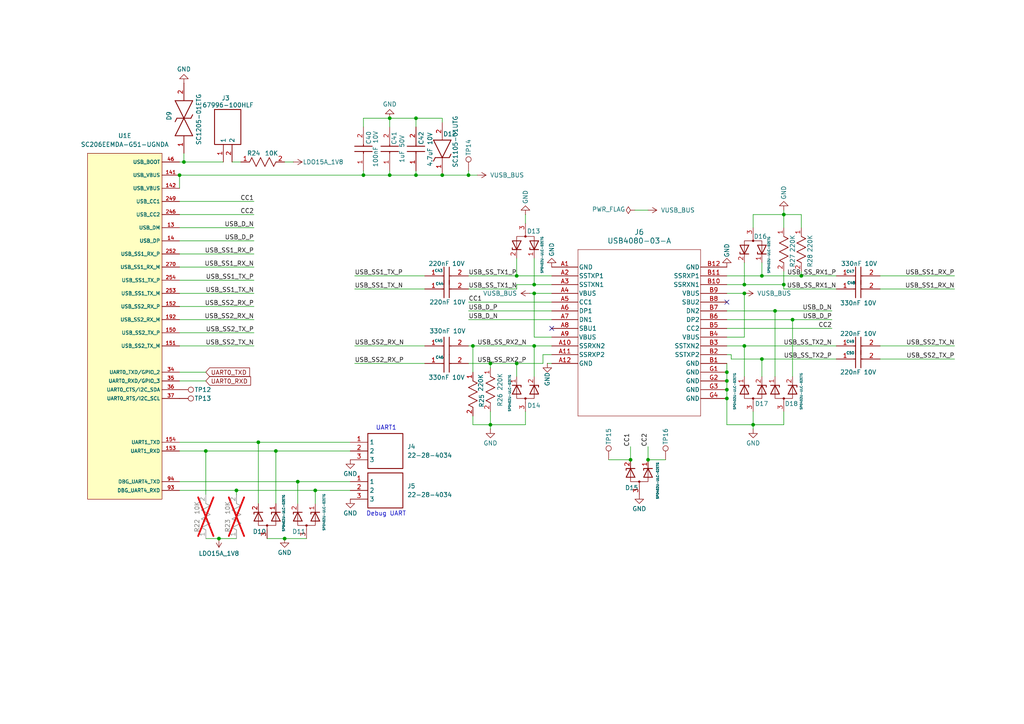
<source format=kicad_sch>
(kicad_sch (version 20250114) (generator "eeschema") (generator_version "9.0")
  (paper "A4")
  (title_block (title "USB & UARTs") (date "2025-10-10") (rev "v1.0") (company "Author: Mehmet Cihangir") (comment 1 "CamTracker"))
  (text "Debug UART" (at 112.014 149.098 0) (effects (font (size 1.27 1.27))))
  (text "UART1" (at 112.014 124.206 0) (effects (font (size 1.27 1.27))))
  (junction (at 120.65 34.29))
  (junction (at 215.9 82.55))
  (junction (at 218.44 123.19))
  (junction (at 210.82 110.49))
  (junction (at 210.82 113.03))
  (junction (at 227.33 82.55))
  (junction (at 142.24 105.41))
  (junction (at 68.58 142.24))
  (junction (at 59.69 130.81))
  (junction (at 53.34 46.99))
  (junction (at 232.41 80.01))
  (junction (at 149.86 80.01))
  (junction (at 113.03 34.29))
  (junction (at 215.9 100.33))
  (junction (at 149.86 105.41))
  (junction (at 80.01 130.81))
  (junction (at 224.79 90.17))
  (junction (at 154.94 85.09))
  (junction (at 63.5 156.21))
  (junction (at 229.87 92.71))
  (junction (at 142.24 123.19))
  (junction (at 113.03 50.8))
  (junction (at 91.44 142.24))
  (junction (at 105.41 50.8))
  (junction (at 154.94 82.55))
  (junction (at 86.36 139.7))
  (junction (at 220.98 104.14))
  (junction (at 215.9 85.09))
  (junction (at 227.33 62.23))
  (junction (at 128.27 50.8))
  (junction (at 220.98 80.01))
  (junction (at 210.82 115.57))
  (junction (at 137.16 100.33))
  (junction (at 135.89 50.8))
  (junction (at 182.88 133.35))
  (junction (at 154.94 100.33))
  (junction (at 82.55 156.21))
  (junction (at 120.65 50.8))
  (junction (at 210.82 107.95))
  (junction (at 52.07 50.8))
  (junction (at 187.96 133.35))
  (junction (at 74.93 128.27))
  (no_connect (at 210.82 87.63))
  (no_connect (at 160.02 95.25))
  (wire (pts (xy 105.41 36.83) (xy 105.41 34.29)))
  (wire (pts (xy 135.89 50.8) (xy 138.43 50.8)))
  (wire (pts (xy 227.33 78.74) (xy 227.33 82.55)))
  (wire (pts (xy 215.9 100.33) (xy 242.57 100.33)))
  (wire (pts (xy 215.9 97.79) (xy 215.9 85.09)))
  (wire (pts (xy 52.07 77.47) (xy 73.66 77.47)))
  (wire (pts (xy 220.98 80.01) (xy 232.41 80.01)))
  (wire (pts (xy 59.69 130.81) (xy 59.69 143.51)))
  (wire (pts (xy 218.44 62.23) (xy 227.33 62.23)))
  (wire (pts (xy 255.27 104.14) (xy 276.86 104.14)))
  (wire (pts (xy 52.07 88.9) (xy 73.66 88.9)))
  (wire (pts (xy 105.41 50.8) (xy 113.03 50.8)))
  (wire (pts (xy 120.65 34.29) (xy 128.27 34.29)))
  (wire (pts (xy 160.02 82.55) (xy 154.94 82.55)))
  (wire (pts (xy 149.86 105.41) (xy 157.48 105.41)))
  (wire (pts (xy 149.86 105.41) (xy 149.86 109.22)))
  (wire (pts (xy 160.02 97.79) (xy 154.94 97.79)))
  (wire (pts (xy 142.24 123.19) (xy 152.4 123.19)))
  (wire (pts (xy 227.33 82.55) (xy 227.33 83.82)))
  (wire (pts (xy 52.07 85.09) (xy 73.66 85.09)))
  (wire (pts (xy 232.41 80.01) (xy 242.57 80.01)))
  (wire (pts (xy 154.94 85.09) (xy 160.02 85.09)))
  (wire (pts (xy 102.87 100.33) (xy 123.19 100.33)))
  (wire (pts (xy 232.41 78.74) (xy 232.41 80.01)))
  (wire (pts (xy 154.94 74.93) (xy 154.94 82.55)))
  (wire (pts (xy 52.07 100.33) (xy 73.66 100.33)))
  (wire (pts (xy 227.33 60.96) (xy 227.33 62.23)))
  (wire (pts (xy 77.47 156.21) (xy 82.55 156.21)))
  (wire (pts (xy 135.89 90.17) (xy 160.02 90.17)))
  (wire (pts (xy 210.82 107.95) (xy 210.82 105.41)))
  (wire (pts (xy 52.07 142.24) (xy 68.58 142.24)))
  (wire (pts (xy 142.24 105.41) (xy 149.86 105.41)))
  (wire (pts (xy 152.4 62.23) (xy 152.4 64.77)))
  (wire (pts (xy 52.07 69.85) (xy 73.66 69.85)))
  (wire (pts (xy 52.07 66.04) (xy 73.66 66.04)))
  (wire (pts (xy 210.82 97.79) (xy 215.9 97.79)))
  (wire (pts (xy 149.86 83.82) (xy 135.89 83.82)))
  (wire (pts (xy 218.44 119.38) (xy 218.44 123.19)))
  (wire (pts (xy 227.33 83.82) (xy 242.57 83.82)))
  (wire (pts (xy 187.96 133.35) (xy 193.04 133.35)))
  (wire (pts (xy 160.02 102.87) (xy 157.48 102.87)))
  (wire (pts (xy 91.44 142.24) (xy 91.44 146.05)))
  (wire (pts (xy 153.67 85.09) (xy 154.94 85.09)))
  (wire (pts (xy 52.07 96.52) (xy 73.66 96.52)))
  (wire (pts (xy 255.27 100.33) (xy 276.86 100.33)))
  (wire (pts (xy 210.82 95.25) (xy 241.3 95.25)))
  (wire (pts (xy 142.24 119.38) (xy 142.24 123.19)))
  (wire (pts (xy 142.24 105.41) (xy 142.24 106.68)))
  (wire (pts (xy 184.15 60.96) (xy 187.96 60.96)))
  (wire (pts (xy 102.87 80.01) (xy 123.19 80.01)))
  (wire (pts (xy 52.07 139.7) (xy 86.36 139.7)))
  (wire (pts (xy 210.82 85.09) (xy 215.9 85.09)))
  (wire (pts (xy 53.34 44.45) (xy 53.34 46.99)))
  (wire (pts (xy 86.36 139.7) (xy 101.6 139.7)))
  (wire (pts (xy 176.53 133.35) (xy 182.88 133.35)))
  (wire (pts (xy 52.07 62.23) (xy 73.66 62.23)))
  (wire (pts (xy 137.16 123.19) (xy 142.24 123.19)))
  (wire (pts (xy 224.79 90.17) (xy 224.79 109.22)))
  (wire (pts (xy 105.41 34.29) (xy 113.03 34.29)))
  (wire (pts (xy 52.07 58.42) (xy 73.66 58.42)))
  (wire (pts (xy 120.65 50.8) (xy 128.27 50.8)))
  (wire (pts (xy 105.41 49.53) (xy 105.41 50.8)))
  (wire (pts (xy 52.07 110.49) (xy 59.69 110.49)))
  (wire (pts (xy 210.82 123.19) (xy 210.82 115.57)))
  (wire (pts (xy 154.94 97.79) (xy 154.94 85.09)))
  (wire (pts (xy 210.82 82.55) (xy 215.9 82.55)))
  (wire (pts (xy 113.03 34.29) (xy 120.65 34.29)))
  (wire (pts (xy 137.16 100.33) (xy 137.16 107.95)))
  (wire (pts (xy 137.16 120.65) (xy 137.16 123.19)))
  (wire (pts (xy 120.65 49.53) (xy 120.65 50.8)))
  (wire (pts (xy 149.86 80.01) (xy 160.02 80.01)))
  (wire (pts (xy 137.16 100.33) (xy 154.94 100.33)))
  (wire (pts (xy 67.31 46.99) (xy 69.85 46.99)))
  (wire (pts (xy 215.9 76.2) (xy 215.9 82.55)))
  (wire (pts (xy 113.03 50.8) (xy 120.65 50.8)))
  (wire (pts (xy 68.58 142.24) (xy 91.44 142.24)))
  (wire (pts (xy 52.07 73.66) (xy 73.66 73.66)))
  (wire (pts (xy 102.87 105.41) (xy 123.19 105.41)))
  (wire (pts (xy 210.82 100.33) (xy 215.9 100.33)))
  (wire (pts (xy 255.27 83.82) (xy 276.86 83.82)))
  (wire (pts (xy 210.82 92.71) (xy 229.87 92.71)))
  (wire (pts (xy 80.01 130.81) (xy 80.01 146.05)))
  (wire (pts (xy 63.5 156.21) (xy 68.58 156.21)))
  (wire (pts (xy 210.82 102.87) (xy 212.09 102.87)))
  (wire (pts (xy 215.9 100.33) (xy 215.9 109.22)))
  (wire (pts (xy 149.86 82.55) (xy 154.94 82.55)))
  (wire (pts (xy 255.27 80.01) (xy 276.86 80.01)))
  (wire (pts (xy 86.36 139.7) (xy 86.36 146.05)))
  (wire (pts (xy 218.44 123.19) (xy 218.44 124.46)))
  (wire (pts (xy 113.03 49.53) (xy 113.03 50.8)))
  (wire (pts (xy 210.82 113.03) (xy 210.82 110.49)))
  (wire (pts (xy 52.07 46.99) (xy 53.34 46.99)))
  (wire (pts (xy 59.69 130.81) (xy 80.01 130.81)))
  (wire (pts (xy 210.82 123.19) (xy 218.44 123.19)))
  (wire (pts (xy 74.93 128.27) (xy 101.6 128.27)))
  (wire (pts (xy 227.33 119.38) (xy 227.33 123.19)))
  (wire (pts (xy 135.89 49.53) (xy 135.89 50.8)))
  (wire (pts (xy 135.89 100.33) (xy 137.16 100.33)))
  (wire (pts (xy 120.65 34.29) (xy 120.65 36.83)))
  (wire (pts (xy 59.69 156.21) (xy 63.5 156.21)))
  (wire (pts (xy 215.9 82.55) (xy 227.33 82.55)))
  (wire (pts (xy 210.82 110.49) (xy 210.82 107.95)))
  (wire (pts (xy 102.87 83.82) (xy 123.19 83.82)))
  (wire (pts (xy 74.93 128.27) (xy 74.93 146.05)))
  (wire (pts (xy 220.98 104.14) (xy 242.57 104.14)))
  (wire (pts (xy 212.09 104.14) (xy 220.98 104.14)))
  (wire (pts (xy 224.79 90.17) (xy 241.3 90.17)))
  (wire (pts (xy 182.88 129.54) (xy 182.88 133.35)))
  (wire (pts (xy 128.27 35.56) (xy 128.27 34.29)))
  (wire (pts (xy 158.75 105.41) (xy 160.02 105.41)))
  (wire (pts (xy 227.33 62.23) (xy 227.33 66.04)))
  (wire (pts (xy 210.82 115.57) (xy 210.82 113.03)))
  (wire (pts (xy 154.94 100.33) (xy 160.02 100.33)))
  (wire (pts (xy 149.86 74.93) (xy 149.86 80.01)))
  (wire (pts (xy 91.44 142.24) (xy 101.6 142.24)))
  (wire (pts (xy 52.07 128.27) (xy 74.93 128.27)))
  (wire (pts (xy 227.33 62.23) (xy 232.41 62.23)))
  (wire (pts (xy 82.55 156.21) (xy 88.9 156.21)))
  (wire (pts (xy 135.89 105.41) (xy 142.24 105.41)))
  (wire (pts (xy 232.41 62.23) (xy 232.41 66.04)))
  (wire (pts (xy 227.33 123.19) (xy 218.44 123.19)))
  (wire (pts (xy 229.87 92.71) (xy 241.3 92.71)))
  (wire (pts (xy 135.89 92.71) (xy 160.02 92.71)))
  (wire (pts (xy 149.86 82.55) (xy 149.86 83.82)))
  (wire (pts (xy 135.89 80.01) (xy 149.86 80.01)))
  (wire (pts (xy 52.07 50.8) (xy 52.07 54.61)))
  (wire (pts (xy 187.96 129.54) (xy 187.96 133.35)))
  (wire (pts (xy 68.58 142.24) (xy 68.58 143.51)))
  (wire (pts (xy 53.34 46.99) (xy 64.77 46.99)))
  (wire (pts (xy 229.87 92.71) (xy 229.87 109.22)))
  (wire (pts (xy 220.98 76.2) (xy 220.98 80.01)))
  (wire (pts (xy 220.98 104.14) (xy 220.98 109.22)))
  (wire (pts (xy 152.4 119.38) (xy 152.4 123.19)))
  (wire (pts (xy 142.24 124.46) (xy 142.24 123.19)))
  (wire (pts (xy 52.07 81.28) (xy 73.66 81.28)))
  (wire (pts (xy 113.03 34.29) (xy 113.03 36.83)))
  (wire (pts (xy 52.07 107.95) (xy 59.69 107.95)))
  (wire (pts (xy 218.44 66.04) (xy 218.44 62.23)))
  (wire (pts (xy 52.07 130.81) (xy 59.69 130.81)))
  (wire (pts (xy 210.82 90.17) (xy 224.79 90.17)))
  (wire (pts (xy 80.01 130.81) (xy 101.6 130.81)))
  (wire (pts (xy 128.27 50.8) (xy 135.89 50.8)))
  (wire (pts (xy 52.07 92.71) (xy 73.66 92.71)))
  (wire (pts (xy 210.82 80.01) (xy 220.98 80.01)))
  (wire (pts (xy 212.09 102.87) (xy 212.09 104.14)))
  (wire (pts (xy 157.48 102.87) (xy 157.48 105.41)))
  (wire (pts (xy 82.55 46.99) (xy 85.09 46.99)))
  (wire (pts (xy 154.94 100.33) (xy 154.94 109.22)))
  (wire (pts (xy 135.89 87.63) (xy 160.02 87.63)))
  (wire (pts (xy 52.07 50.8) (xy 105.41 50.8)))
  (label "USB_SS1_RX_N" (at 73.66 77.47 180))
  (label "CC1" (at 73.66 58.42 180))
  (label "USB_SS_TX1_N" (at 135.89 83.82 0))
  (label "USB_SS2_TX_P" (at 276.86 104.14 180))
  (label "USB_SS1_TX_N" (at 102.87 83.82 0))
  (label "USB_SS1_RX_N" (at 276.86 83.82 180))
  (label "USB_SS2_RX_N" (at 102.87 100.33 0))
  (label "USB_D_N" (at 135.89 92.71 0))
  (label "USB_D_P" (at 73.66 69.85 180))
  (label "USB_SS1_TX_N" (at 73.66 85.09 180))
  (label "USB_SS2_RX_P" (at 73.66 88.9 180))
  (label "USB_SS_RX2_P" (at 138.43 105.41 0))
  (label "CC2" (at 187.96 129.54 90))
  (label "USB_SS2_TX_P" (at 73.66 96.52 180))
  (label "USB_SS2_RX_P" (at 102.87 105.41 0))
  (label "USB_SS1_TX_P" (at 102.87 80.01 0))
  (label "USB_SS_TX1_P" (at 135.89 80.01 0))
  (label "USB_SS2_TX_N" (at 276.86 100.33 180))
  (label "USB_D_N" (at 73.66 66.04 180))
  (label "USB_SS_RX2_N" (at 138.43 100.33 0))
  (label "USB_D_N" (at 241.3 90.17 180))
  (label "USB_SS_TX2_N" (at 241.3 100.33 180))
  (label "USB_SS_RX1_P" (at 242.57 80.01 180))
  (label "USB_D_P" (at 135.89 90.17 0))
  (label "USB_SS1_RX_P" (at 73.66 73.66 180))
  (label "USB_D_P" (at 241.3 92.71 180))
  (label "USB_SS_TX2_P" (at 241.3 104.14 180))
  (label "USB_SS2_RX_N" (at 73.66 92.71 180))
  (label "USB_SS1_TX_P" (at 73.66 81.28 180))
  (label "CC1" (at 182.88 129.54 90))
  (label "CC2" (at 73.66 62.23 180))
  (label "CC1" (at 135.89 87.63 0))
  (label "CC2" (at 241.3 95.25 180))
  (label "USB_SS2_TX_N" (at 73.66 100.33 180))
  (label "USB_SS1_RX_P" (at 276.86 80.01 180))
  (label "USB_SS_RX1_N" (at 242.57 83.82 180))
  (global_label "UART0_RXD" (shape input) (at 59.69 110.49 0) (property "Intersheetrefs" "${INTERSHEET_REFS}" (effects (hide yes))))
  (global_label "UART0_TXD" (shape input) (at 59.69 107.95 0) (property "Intersheetrefs" "${INTERSHEET_REFS}" (effects (hide yes))))
  (symbol (lib_id "000MCLib:SP0402U-ULC-02ETG") (at 152.4 69.85 180) (unit 1)
    (property "Reference" "D13" (at 156.718 67.056 0) (effects (justify left)))
    (property "Value" "SP0402U-ULC-02ETG" (at 157.226 68.58 90) (effects (font (size 0.635 0.635)) (justify left)))
    (property "Footprint" "000MCLib:SESD0402Q2UG0020090" (effects (hide yes)))
    (property "Datasheet" "https://componentsearchengine.com/Datasheets/1/SP0402U-ULC-02ETG.pdf" (effects (hide yes)))
    (property "Description" "ESD Suppressors / TVS Diodes 5V .2pF 20kV 2CH" (effects (hide yes)))
    (property "Manufacturer" "LITTELFUSE" (effects (hide yes)))
    (property "Part Number" "SP0402U-ULC-02ETG" (effects (hide yes)))
  )
  (symbol (lib_id "000MCLib:RC0402FR-07220KL") (at 137.16 114.3 90) (unit 1)
    (property "Reference" "R25" (at 139.7 114.3 0) (effects (justify right)))
    (property "Value" "220K" (at 139.446 108.458 0) (effects (justify right)))
    (property "Footprint" "000MCLib:RC0402N_YAG" (effects (hide yes)))
    (property "Description" "Resistor 220K 1/16W CH0402" (effects (hide yes)))
    (property "Manufacturer" "YAGEO" (effects (hide yes)))
    (property "Part Number" "RC0402FR-07220KL" (effects (hide yes)))
  )
  (symbol (lib_id "power:GND") (at 158.75 105.41 0) (unit 1)
    (property "Reference" "#PWR060" (effects (hide yes)))
    (property "Value" "GND" (at 158.75 109.982 90))
    (property "Description" "Power symbol creates a global label with name \"GND\" , ground" (effects (hide yes)))
  )
  (symbol (lib_id "000MCLib:SP0402U-ULC-02ETG") (at 185.42 138.43 0) (mirror y) (unit 1)
    (property "Reference" "D15" (at 185.166 141.478 0) (effects (justify left)))
    (property "Value" "SP0402U-ULC-02ETG" (at 190.754 144.78 90) (effects (font (size 0.635 0.635)) (justify left)))
    (property "Footprint" "000MCLib:SESD0402Q2UG0020090" (effects (hide yes)))
    (property "Datasheet" "https://componentsearchengine.com/Datasheets/1/SP0402U-ULC-02ETG.pdf" (effects (hide yes)))
    (property "Description" "ESD Suppressors / TVS Diodes 5V .2pF 20kV 2CH" (effects (hide yes)))
    (property "Manufacturer" "LITTELFUSE" (effects (hide yes)))
    (property "Part Number" "SP0402U-ULC-02ETG" (effects (hide yes)))
  )
  (symbol (lib_id "power:VDD") (at 138.43 50.8 270) (unit 1)
    (property "Reference" "#PWR056" (effects (hide yes)))
    (property "Value" "VUSB_BUS" (at 147.066 50.8 90))
    (property "Description" "Power symbol creates a global label with name \"VDD\"" (effects (hide yes)))
  )
  (symbol (lib_id "power:GND") (at 53.34 24.13 180) (unit 1)
    (property "Reference" "#PWR049" (effects (hide yes)))
    (property "Value" "GND" (at 53.34 20.066 0))
    (property "Description" "Power symbol creates a global label with name \"GND\" , ground" (effects (hide yes)))
  )
  (symbol (lib_id "000MCLib:22-28-4034") (at 111.76 130.81 0) (unit 1)
    (property "Reference" "J4" (at 118.11 129.5399 0) (effects (justify left)))
    (property "Value" "22-28-4034" (at 118.11 132.0799 0) (effects (justify left)))
    (property "Footprint" "000MCLib:HDRV3W66P0X254_1X3_762X249X1042P" (effects (hide yes)))
    (property "Description" "Connector 3P 2.54mm Male Header" (effects (hide yes)))
    (property "Manufacturer" "Molex" (effects (hide yes)))
    (property "Part Number" "22-28-4034" (effects (hide yes)))
  )
  (symbol (lib_id "000MCLib:SP0402U-ULC-02ETG") (at 227.33 114.3 0) (unit 1)
    (property "Reference" "D18" (at 227.584 117.094 0) (effects (justify left)))
    (property "Value" "SP0402U-ULC-02ETG" (at 232.41 118.872 90) (effects (font (size 0.635 0.635)) (justify left)))
    (property "Footprint" "000MCLib:SESD0402Q2UG0020090" (effects (hide yes)))
    (property "Datasheet" "https://componentsearchengine.com/Datasheets/1/SP0402U-ULC-02ETG.pdf" (effects (hide yes)))
    (property "Description" "ESD Suppressors / TVS Diodes 5V .2pF 20kV 2CH" (effects (hide yes)))
    (property "Manufacturer" "LITTELFUSE" (effects (hide yes)))
    (property "Part Number" "SP0402U-ULC-02ETG" (effects (hide yes)))
  )
  (symbol (lib_id "000MCLib:LMK107BJ475KA-T") (at 120.65 43.18 90) (unit 1)
    (property "Reference" "C42" (at 122.174 38.1 0) (effects (justify right)))
    (property "Value" "4.7uF 10V" (at 124.714 38.354 0) (effects (justify right)))
    (property "Footprint" "000MCLib:CAPC1608X90N" (effects (hide yes)))
    (property "Description" "Capacitor 4.7uF 10V X5R MLCC +/-10% 0603" (effects (hide yes)))
    (property "Manufacturer" "TAIYO YUDEN" (effects (hide yes)))
    (property "Part Number" "LMK107BJ475KA-T" (effects (hide yes)))
  )
  (symbol (lib_id "power:GND") (at 82.55 156.21 0) (unit 1)
    (property "Reference" "#PWR051" (effects (hide yes)))
    (property "Value" "GND" (at 82.55 160.274 0))
    (property "Description" "Power symbol creates a global label with name \"GND\" , ground" (effects (hide yes)))
  )
  (symbol (lib_id "000MCLib:TestPoint") (at 193.04 133.35 0) (unit 1)
    (property "Reference" "TP16" (at 193.04 129.032 90) (effects (justify left)))
    (property "Value" "TestPoint" (effects (hide yes)))
    (property "Footprint" "TestPoint:TestPoint_Pad_D1.0mm" (effects (hide yes)))
    (property "Description" "test point" (effects (hide yes)))
  )
  (symbol (lib_id "power:VDD") (at 85.09 46.99 270) (unit 1)
    (property "Reference" "#PWR052" (effects (hide yes)))
    (property "Value" "LDO15A_1V8" (at 93.726 46.99 90))
    (property "Description" "Power symbol creates a global label with name \"VDD\"" (effects (hide yes)))
  )
  (symbol (lib_id "000MCLib:GRM155R61A334KE15D") (at 129.54 105.41 0) (unit 1)
    (property "Reference" "C46" (at 127.508 103.632 0) (effects (font (size 0.762 0.762))))
    (property "Value" "330nF 10V" (at 129.54 109.474 0))
    (property "Footprint" "000MCLib:CAPC1005X55N" (effects (hide yes)))
    (property "Datasheet" "http://www.murata.com/~/media/webrenewal/support/library/catalog/products/capacitor/mlcc/c02e.pdf" (effects (hide yes)))
    (property "Description" "Capacitor 330nF, 10V, X5R, 0402" (effects (hide yes)))
    (property "Manufacturer" "Murata Electronics" (effects (hide yes)))
    (property "Part Number" "GRM155R61A334KE15D" (effects (hide yes)))
  )
  (symbol (lib_id "power:GND") (at 113.03 34.29 180) (unit 1)
    (property "Reference" "#PWR055" (effects (hide yes)))
    (property "Value" "GND" (at 113.03 30.226 0))
    (property "Description" "Power symbol creates a global label with name \"GND\" , ground" (effects (hide yes)))
  )
  (symbol (lib_id "000MCLib:TestPoint") (at 176.53 133.35 0) (unit 1)
    (property "Reference" "TP15" (at 176.53 129.032 90) (effects (justify left)))
    (property "Value" "TestPoint" (effects (hide yes)))
    (property "Footprint" "TestPoint:TestPoint_Pad_D1.0mm" (effects (hide yes)))
    (property "Description" "test point" (effects (hide yes)))
  )
  (symbol (lib_id "000MCLib:SC1105-01UTG") (at 128.27 43.18 90) (unit 1)
    (property "Reference" "D12" (at 128.524 38.862 90) (effects (justify right)))
    (property "Value" "SC1105-01UTG" (at 132.08 33.528 0) (effects (justify right)))
    (property "Footprint" "000MCLib:SC110501UTG" (effects (hide yes)))
    (property "Datasheet" "https://www.littelfuse.com/~/media/electronics/datasheets/tvs_diode_arrays/littelfuse_tvs_diode_array_sc11xx_datasheet.pdf.pdf" (effects (hide yes)))
    (property "Description" "ESD Suppressors / TVS Diodes TVS DIODE 30KV" (effects (hide yes)))
    (property "Manufacturer" "LITTELFUSE" (effects (hide yes)))
    (property "Part Number" "SC1105-01UTG" (effects (hide yes)))
  )
  (symbol (lib_id "power:GND") (at 185.42 143.51 0) (unit 1)
    (property "Reference" "#PWR062" (effects (hide yes)))
    (property "Value" "GND" (at 185.42 147.574 0))
    (property "Description" "Power symbol creates a global label with name \"GND\" , ground" (effects (hide yes)))
  )
  (symbol (lib_id "000MCLib:SC200E") (at 36.83 95.25 0) (unit 5)
    (property "Reference" "U1" (at 36.195 39.37 0))
    (property "Value" "SC206EEMDA-G51-UGNDA" (at 36.195 41.91 0))
    (property "Footprint" "000MCLib:SC200E_SC206E" (effects (hide yes)))
    (property "Description" "SC200E/SC206E Smart Module" (effects (hide yes)))
    (property "Manufacturer" "Quectel" (effects (hide yes)))
    (property "Part Number" "SC200EEMNA-E53-UGNDA" (effects (hide yes)))
  )
  (symbol (lib_id "power:VDD") (at 63.5 156.21 180) (unit 1)
    (property "Reference" "#PWR050" (effects (hide yes)))
    (property "Value" "LDO15A_1V8" (at 63.5 160.528 0))
    (property "Description" "Power symbol creates a global label with name \"VDD\"" (effects (hide yes)))
  )
  (symbol (lib_id "power:VDD") (at 187.96 60.96 270) (unit 1)
    (property "Reference" "#PWR063" (effects (hide yes)))
    (property "Value" "VUSB_BUS" (at 196.596 60.96 90))
    (property "Description" "Power symbol creates a global label with name \"VDD\"" (effects (hide yes)))
  )
  (symbol (lib_id "power:GND") (at 160.02 77.47 180) (unit 1)
    (property "Reference" "#PWR061" (effects (hide yes)))
    (property "Value" "GND" (at 160.02 72.39 90))
    (property "Description" "Power symbol creates a global label with name \"GND\" , ground" (effects (hide yes)))
  )
  (symbol (lib_id "power:GND") (at 152.4 62.23 180) (unit 1)
    (property "Reference" "#PWR058" (effects (hide yes)))
    (property "Value" "GND" (at 152.4 57.15 90))
    (property "Description" "Power symbol creates a global label with name \"GND\" , ground" (effects (hide yes)))
  )
  (symbol (lib_id "000MCLib:GRM155R61A224JE19D") (at 248.92 104.14 0) (unit 1)
    (property "Reference" "C50" (at 246.634 102.362 0) (effects (font (size 0.762 0.762))))
    (property "Value" "220nF 10V" (at 248.92 107.95 0))
    (property "Footprint" "000MCLib:CAPC1005X55N" (effects (hide yes)))
    (property "Datasheet" "http://www.murata.com/~/media/webrenewal/support/library/catalog/products/capacitor/mlcc/c02e.pdf" (effects (hide yes)))
    (property "Description" "Capacitor 220nF, 10V, X5R, 0402" (effects (hide yes)))
    (property "Manufacturer" "Murata Electronics" (effects (hide yes)))
    (property "Part Number" "GRM155R61A224JE19D" (effects (hide yes)))
  )
  (symbol (lib_id "000MCLib:22-28-4034") (at 111.76 142.24 0) (unit 1)
    (property "Reference" "J5" (at 118.11 140.9699 0) (effects (justify left)))
    (property "Value" "22-28-4034" (at 118.11 143.5099 0) (effects (justify left)))
    (property "Footprint" "000MCLib:HDRV3W66P0X254_1X3_762X249X1042P" (effects (hide yes)))
    (property "Description" "Connector 3P 2.54mm Male Header" (effects (hide yes)))
    (property "Manufacturer" "Molex" (effects (hide yes)))
    (property "Part Number" "22-28-4034" (effects (hide yes)))
  )
  (symbol (lib_id "power:GND") (at 101.6 144.78 0) (unit 1)
    (property "Reference" "#PWR054" (effects (hide yes)))
    (property "Value" "GND" (at 101.6 148.844 0))
    (property "Description" "Power symbol creates a global label with name \"GND\" , ground" (effects (hide yes)))
  )
  (symbol (lib_id "000MCLib:GRM155R61A224JE19D") (at 129.54 80.01 0) (unit 1)
    (property "Reference" "C43" (at 127.254 78.486 0) (effects (font (size 0.762 0.762))))
    (property "Value" "220nF 10V" (at 129.54 76.454 0))
    (property "Footprint" "000MCLib:CAPC1005X55N" (effects (hide yes)))
    (property "Datasheet" "http://www.murata.com/~/media/webrenewal/support/library/catalog/products/capacitor/mlcc/c02e.pdf" (effects (hide yes)))
    (property "Description" "Capacitor 220nF, 10V, X5R, 0402" (effects (hide yes)))
    (property "Manufacturer" "Murata Electronics" (effects (hide yes)))
    (property "Part Number" "GRM155R61A224JE19D" (effects (hide yes)))
  )
  (symbol (lib_id "000MCLib:SP0402U-ULC-02ETG") (at 152.4 114.3 0) (unit 1)
    (property "Reference" "D14" (at 152.908 117.602 0) (effects (justify left)))
    (property "Value" "SP0402U-ULC-02ETG" (at 147.828 119.38 90) (effects (font (size 0.635 0.635)) (justify left)))
    (property "Footprint" "000MCLib:SESD0402Q2UG0020090" (effects (hide yes)))
    (property "Datasheet" "https://componentsearchengine.com/Datasheets/1/SP0402U-ULC-02ETG.pdf" (effects (hide yes)))
    (property "Description" "ESD Suppressors / TVS Diodes 5V .2pF 20kV 2CH" (effects (hide yes)))
    (property "Manufacturer" "LITTELFUSE" (effects (hide yes)))
    (property "Part Number" "SP0402U-ULC-02ETG" (effects (hide yes)))
  )
  (symbol (lib_id "000MCLib:TestPoint") (at 52.07 115.57 270) (unit 1)
    (property "Reference" "TP13" (at 56.388 115.57 90) (effects (justify left)))
    (property "Value" "TestPoint" (effects (hide yes)))
    (property "Footprint" "TestPoint:TestPoint_Pad_D1.0mm" (effects (hide yes)))
    (property "Description" "test point" (effects (hide yes)))
  )
  (symbol (lib_id "000MCLib:RC0402FR-07220KL") (at 142.24 113.03 90) (unit 1)
    (property "Reference" "R26" (at 145.034 114.046 0) (effects (justify right)))
    (property "Value" "220K" (at 145.034 108.204 0) (effects (justify right)))
    (property "Footprint" "000MCLib:RC0402N_YAG" (effects (hide yes)))
    (property "Description" "Resistor 220K 1/16W CH0402" (effects (hide yes)))
    (property "Manufacturer" "YAGEO" (effects (hide yes)))
    (property "Part Number" "RC0402FR-07220KL" (effects (hide yes)))
  )
  (symbol (lib_id "power:GND") (at 101.6 133.35 0) (unit 1)
    (property "Reference" "#PWR053" (effects (hide yes)))
    (property "Value" "GND" (at 101.6 137.414 0))
    (property "Description" "Power symbol creates a global label with name \"GND\" , ground" (effects (hide yes)))
  )
  (symbol (lib_id "000MCLib:SC1205-01ETG") (at 53.34 34.29 90) (unit 1)
    (property "Reference" "D9" (at 49.022 32.258 0) (effects (justify right)))
    (property "Value" "SC1205-01ETG" (at 57.658 27.178 0) (effects (justify right)))
    (property "Footprint" "000MCLib:SC120501ETG" (effects (hide yes)))
    (property "Datasheet" "https://www.littelfuse.com/media?resourcetype=datasheets&itemid=fff6fc88-c477-4ea4-984b-6b98f832da15&filename=littelfuse-tvs-diode-array-sc1205-01etg-datasheet-1" (effects (hide yes)))
    (property "Description" "TVS Diode, General Purpose Surge Protection" (effects (hide yes)))
    (property "Manufacturer" "Littelfuse" (effects (hide yes)))
    (property "Part Number" "SC1205-01ETG" (effects (hide yes)))
  )
  (symbol (lib_id "power:GND") (at 218.44 124.46 0) (unit 1)
    (property "Reference" "#PWR066" (effects (hide yes)))
    (property "Value" "GND" (at 218.44 128.524 0))
    (property "Description" "Power symbol creates a global label with name \"GND\" , ground" (effects (hide yes)))
  )
  (symbol (lib_id "000MCLib:RC0402JR-0710KL") (at 59.69 149.86 270) (unit 1) (in_bom no) (dnp yes)
    (property "Reference" "R22" (at 57.15 154.432 0) (effects (justify right)))
    (property "Value" "10K" (at 57.15 147.32 0))
    (property "Footprint" "000MCLib:RC0402N_YAG" (effects (hide yes)))
    (property "Description" "Resistor 10K 1/16W CH0402" (effects (hide yes)))
    (property "Manufacturer" "YAGEO" (effects (hide yes)))
    (property "Part Number" "RC0402JR-0710KL" (effects (hide yes)))
  )
  (symbol (lib_id "power:VDD") (at 215.9 85.09 270) (unit 1)
    (property "Reference" "#PWR065" (effects (hide yes)))
    (property "Value" "VUSB_BUS" (at 224.536 85.09 90))
    (property "Description" "Power symbol creates a global label with name \"VDD\"" (effects (hide yes)))
  )
  (symbol (lib_id "000MCLib:SP0402U-ULC-02ETG") (at 88.9 151.13 0) (mirror y) (unit 1)
    (property "Reference" "D11" (at 88.646 154.178 0) (effects (justify left)))
    (property "Value" "SP0402U-ULC-02ETG" (at 93.98 153.924 90) (effects (font (size 0.635 0.635)) (justify left)))
    (property "Footprint" "000MCLib:SESD0402Q2UG0020090" (effects (hide yes)))
    (property "Datasheet" "https://componentsearchengine.com/Datasheets/1/SP0402U-ULC-02ETG.pdf" (effects (hide yes)))
    (property "Description" "ESD Suppressors / TVS Diodes 5V .2pF 20kV 2CH" (effects (hide yes)))
    (property "Manufacturer" "LITTELFUSE" (effects (hide yes)))
    (property "Part Number" "SP0402U-ULC-02ETG" (effects (hide yes)))
  )
  (symbol (lib_id "power:VDD") (at 153.67 85.09 90) (unit 1)
    (property "Reference" "#PWR059" (effects (hide yes)))
    (property "Value" "VUSB_BUS" (at 145.034 85.09 90))
    (property "Description" "Power symbol creates a global label with name \"VDD\"" (effects (hide yes)))
  )
  (symbol (lib_id "000MCLib:GRM155R71A104KA01D") (at 105.41 43.18 90) (unit 1)
    (property "Reference" "C40" (at 106.934 41.91 0) (effects (justify left)))
    (property "Value" "100nF 10V" (at 108.204 48.514 0) (effects (justify left top)))
    (property "Footprint" "000MCLib:CAPC1005X55N" (effects (hide yes)))
    (property "Datasheet" "http://www.murata.com/~/media/webrenewal/support/library/catalog/products/capacitor/mlcc/c02e.pdf" (effects (hide yes)))
    (property "Description" "Capacitor 100nF, 10V, X7R, 0402" (effects (hide yes)))
    (property "Manufacturer" "Murata Electronics" (effects (hide yes)))
    (property "Part Number" "GRM155R71A104KA01D" (effects (hide yes)))
  )
  (symbol (lib_id "000MCLib:RC0402JR-0710KL") (at 76.2 46.99 180) (unit 1)
    (property "Reference" "R24" (at 71.628 44.45 0) (effects (justify right)))
    (property "Value" "10K" (at 78.74 44.45 0))
    (property "Footprint" "000MCLib:RC0402N_YAG" (effects (hide yes)))
    (property "Description" "Resistor 10K 1/16W CH0402" (effects (hide yes)))
    (property "Manufacturer" "YAGEO" (effects (hide yes)))
    (property "Part Number" "RC0402JR-0710KL" (effects (hide yes)))
  )
  (symbol (lib_id "000MCLib:RC0402FR-07220KL") (at 227.33 72.39 90) (unit 1)
    (property "Reference" "R27" (at 229.87 73.66 0) (effects (justify right)))
    (property "Value" "220K" (at 229.87 68.072 0) (effects (justify right)))
    (property "Footprint" "000MCLib:RC0402N_YAG" (effects (hide yes)))
    (property "Description" "Resistor 220K 1/16W CH0402" (effects (hide yes)))
    (property "Manufacturer" "YAGEO" (effects (hide yes)))
    (property "Part Number" "RC0402FR-07220KL" (effects (hide yes)))
  )
  (symbol (lib_id "000MCLib:TestPoint") (at 52.07 113.03 270) (unit 1)
    (property "Reference" "TP12" (at 56.388 113.03 90) (effects (justify left)))
    (property "Value" "TestPoint" (effects (hide yes)))
    (property "Footprint" "TestPoint:TestPoint_Pad_D1.0mm" (effects (hide yes)))
    (property "Description" "test point" (effects (hide yes)))
  )
  (symbol (lib_id "000MCLib:GRM155R61A334KE15D") (at 129.54 100.33 0) (unit 1)
    (property "Reference" "C45" (at 127.254 98.806 0) (effects (font (size 0.762 0.762))))
    (property "Value" "330nF 10V" (at 129.794 96.012 0))
    (property "Footprint" "000MCLib:CAPC1005X55N" (effects (hide yes)))
    (property "Datasheet" "http://www.murata.com/~/media/webrenewal/support/library/catalog/products/capacitor/mlcc/c02e.pdf" (effects (hide yes)))
    (property "Description" "Capacitor 330nF, 10V, X5R, 0402" (effects (hide yes)))
    (property "Manufacturer" "Murata Electronics" (effects (hide yes)))
    (property "Part Number" "GRM155R61A334KE15D" (effects (hide yes)))
  )
  (symbol (lib_id "power:GND") (at 210.82 77.47 180) (unit 1)
    (property "Reference" "#PWR064" (effects (hide yes)))
    (property "Value" "GND" (at 210.82 72.644 90))
    (property "Description" "Power symbol creates a global label with name \"GND\" , ground" (effects (hide yes)))
  )
  (symbol (lib_id "000MCLib:GRM155R61A224JE19D") (at 248.92 100.33 0) (unit 1)
    (property "Reference" "C49" (at 246.634 99.06 0) (effects (font (size 0.762 0.762))))
    (property "Value" "220nF 10V" (at 248.92 96.774 0))
    (property "Footprint" "000MCLib:CAPC1005X55N" (effects (hide yes)))
    (property "Datasheet" "http://www.murata.com/~/media/webrenewal/support/library/catalog/products/capacitor/mlcc/c02e.pdf" (effects (hide yes)))
    (property "Description" "Capacitor 220nF, 10V, X5R, 0402" (effects (hide yes)))
    (property "Manufacturer" "Murata Electronics" (effects (hide yes)))
    (property "Part Number" "GRM155R61A224JE19D" (effects (hide yes)))
  )
  (symbol (lib_id "000MCLib:RC0402FR-07220KL") (at 232.41 72.39 90) (unit 1)
    (property "Reference" "R28" (at 234.95 73.66 0) (effects (justify right)))
    (property "Value" "220K" (at 234.95 68.072 0) (effects (justify right)))
    (property "Footprint" "000MCLib:RC0402N_YAG" (effects (hide yes)))
    (property "Description" "Resistor 220K 1/16W CH0402" (effects (hide yes)))
    (property "Manufacturer" "YAGEO" (effects (hide yes)))
    (property "Part Number" "RC0402FR-07220KL" (effects (hide yes)))
  )
  (symbol (lib_id "power:GND") (at 142.24 124.46 0) (unit 1)
    (property "Reference" "#PWR057" (effects (hide yes)))
    (property "Value" "GND" (at 142.24 128.524 0))
    (property "Description" "Power symbol creates a global label with name \"GND\" , ground" (effects (hide yes)))
  )
  (symbol (lib_id "000MCLib:SP0402U-ULC-02ETG") (at 218.44 114.3 0) (unit 1)
    (property "Reference" "D17" (at 218.948 117.094 0) (effects (justify left)))
    (property "Value" "SP0402U-ULC-02ETG" (at 213.106 118.872 90) (effects (font (size 0.635 0.635)) (justify left)))
    (property "Footprint" "000MCLib:SESD0402Q2UG0020090" (effects (hide yes)))
    (property "Datasheet" "https://componentsearchengine.com/Datasheets/1/SP0402U-ULC-02ETG.pdf" (effects (hide yes)))
    (property "Description" "ESD Suppressors / TVS Diodes 5V .2pF 20kV 2CH" (effects (hide yes)))
    (property "Manufacturer" "LITTELFUSE" (effects (hide yes)))
    (property "Part Number" "SP0402U-ULC-02ETG" (effects (hide yes)))
  )
  (symbol (lib_id "000MCLib:SP0402U-ULC-02ETG") (at 218.44 71.12 180) (unit 1)
    (property "Reference" "D16" (at 222.504 68.58 0) (effects (justify left)))
    (property "Value" "SP0402U-ULC-02ETG" (at 223.012 68.58 90) (effects (font (size 0.635 0.635)) (justify left)))
    (property "Footprint" "000MCLib:SESD0402Q2UG0020090" (effects (hide yes)))
    (property "Datasheet" "https://componentsearchengine.com/Datasheets/1/SP0402U-ULC-02ETG.pdf" (effects (hide yes)))
    (property "Description" "ESD Suppressors / TVS Diodes 5V .2pF 20kV 2CH" (effects (hide yes)))
    (property "Manufacturer" "LITTELFUSE" (effects (hide yes)))
    (property "Part Number" "SP0402U-ULC-02ETG" (effects (hide yes)))
  )
  (symbol (lib_id "power:PWR_FLAG") (at 184.15 60.96 90) (unit 1)
    (property "Reference" "#FLG03" (effects (hide yes)))
    (property "Value" "PWR_FLAG" (at 176.53 60.706 90))
    (property "Description" "Special symbol for telling ERC where power comes from" (effects (hide yes)))
  )
  (symbol (lib_id "000MCLib:67996-100HLF") (at 66.04 36.83 90) (unit 1)
    (property "Reference" "J3" (at 64.262 28.448 90) (effects (justify right)))
    (property "Value" "67996-100HLF" (at 58.674 30.48 90) (effects (justify right)))
    (property "Footprint" "000MCLib:HDRV2W67P254_2X1_254X483X858P" (effects (hide yes)))
    (property "Datasheet" "https://cdn.amphenol-cs.com/media/wysiwyg/files/drawing/67996.pdf" (effects (hide yes)))
    (property "Description" "Connector 2P 2.54mm Header" (effects (hide yes)))
    (property "Manufacturer" "Amphenol Communications Solutions" (effects (hide yes)))
    (property "Part Number" "67996-100HLF" (effects (hide yes)))
  )
  (symbol (lib_id "000MCLib:SP0402U-ULC-02ETG") (at 77.47 151.13 0) (mirror y) (unit 1)
    (property "Reference" "D10" (at 77.216 154.178 0) (effects (justify left)))
    (property "Value" "SP0402U-ULC-02ETG" (at 82.296 154.178 90) (effects (font (size 0.635 0.635)) (justify left)))
    (property "Footprint" "000MCLib:SESD0402Q2UG0020090" (effects (hide yes)))
    (property "Datasheet" "https://componentsearchengine.com/Datasheets/1/SP0402U-ULC-02ETG.pdf" (effects (hide yes)))
    (property "Description" "ESD Suppressors / TVS Diodes 5V .2pF 20kV 2CH" (effects (hide yes)))
    (property "Manufacturer" "LITTELFUSE" (effects (hide yes)))
    (property "Part Number" "SP0402U-ULC-02ETG" (effects (hide yes)))
  )
  (symbol (lib_id "power:GND") (at 227.33 60.96 180) (unit 1)
    (property "Reference" "#PWR067" (effects (hide yes)))
    (property "Value" "GND" (at 227.33 55.88 90))
    (property "Description" "Power symbol creates a global label with name \"GND\" , ground" (effects (hide yes)))
  )
  (symbol (lib_id "000MCLib:GRM155R61A334KE15D") (at 248.92 80.01 0) (unit 1)
    (property "Reference" "C47" (at 246.634 78.74 0) (effects (font (size 0.762 0.762))))
    (property "Value" "330nF 10V" (at 249.174 76.454 0))
    (property "Footprint" "000MCLib:CAPC1005X55N" (effects (hide yes)))
    (property "Datasheet" "http://www.murata.com/~/media/webrenewal/support/library/catalog/products/capacitor/mlcc/c02e.pdf" (effects (hide yes)))
    (property "Description" "Capacitor 330nF, 10V, X5R, 0402" (effects (hide yes)))
    (property "Manufacturer" "Murata Electronics" (effects (hide yes)))
    (property "Part Number" "GRM155R61A334KE15D" (effects (hide yes)))
  )
  (symbol (lib_id "000MCLib:GRM155R61A334KE15D") (at 248.92 83.82 0) (unit 1)
    (property "Reference" "C48" (at 246.888 82.042 0) (effects (font (size 0.762 0.762))))
    (property "Value" "330nF 10V" (at 248.92 87.884 0))
    (property "Footprint" "000MCLib:CAPC1005X55N" (effects (hide yes)))
    (property "Datasheet" "http://www.murata.com/~/media/webrenewal/support/library/catalog/products/capacitor/mlcc/c02e.pdf" (effects (hide yes)))
    (property "Description" "Capacitor 330nF, 10V, X5R, 0402" (effects (hide yes)))
    (property "Manufacturer" "Murata Electronics" (effects (hide yes)))
    (property "Part Number" "GRM155R61A334KE15D" (effects (hide yes)))
  )
  (symbol (lib_id "000MCLib:GRM155R61H105KE05D") (at 113.03 43.18 90) (unit 1)
    (property "Reference" "C41" (at 114.3 38.1 0) (effects (justify right)))
    (property "Value" "1uF 50V" (at 116.586 39.116 0) (effects (justify right)))
    (property "Footprint" "000MCLib:CAPC1005X55N" (effects (hide yes)))
    (property "Datasheet" "https://search.murata.co.jp/Ceramy/image/img/A01X/G101/ENG/GRM155R61H105KE05-01A.pdf" (effects (hide yes)))
    (property "Description" "Capacitor 1uF, 50V, X5R, 0402" (effects (hide yes)))
    (property "Manufacturer" "Murata Electronics" (effects (hide yes)))
    (property "Part Number" "GRM155R61H105KE05D" (effects (hide yes)))
  )
  (symbol (lib_id "000MCLib:USB4080-03-A") (at 185.42 91.44 0) (unit 1)
    (property "Reference" "J6" (at 185.42 67.31 0) (effects (font (size 1.524 1.524))))
    (property "Value" "USB4080-03-A" (at 185.42 69.85 0) (effects (font (size 1.524 1.524))))
    (property "Footprint" "000MCLib:GCT_USB4080-03-A_REVA" (effects (hide yes)))
    (property "Datasheet" "USB4080-03-A" (effects (hide yes)))
    (property "Description" "Connector USB Type-C" (effects (hide yes)))
    (property "Manufacturer" "GCT" (effects (hide yes)))
    (property "Part Number" "USB4080-03-A" (effects (hide yes)))
  )
  (symbol (lib_id "000MCLib:GRM155R61A224JE19D") (at 129.54 83.82 0) (unit 1)
    (property "Reference" "C44" (at 127.508 82.296 0) (effects (font (size 0.762 0.762))))
    (property "Value" "220nF 10V" (at 129.794 87.63 0))
    (property "Footprint" "000MCLib:CAPC1005X55N" (effects (hide yes)))
    (property "Datasheet" "http://www.murata.com/~/media/webrenewal/support/library/catalog/products/capacitor/mlcc/c02e.pdf" (effects (hide yes)))
    (property "Description" "Capacitor 220nF, 10V, X5R, 0402" (effects (hide yes)))
    (property "Manufacturer" "Murata Electronics" (effects (hide yes)))
    (property "Part Number" "GRM155R61A224JE19D" (effects (hide yes)))
  )
  (symbol (lib_id "000MCLib:TestPoint") (at 135.89 49.53 0) (unit 1)
    (property "Reference" "TP14" (at 135.89 45.212 90) (effects (justify left)))
    (property "Value" "TestPoint" (effects (hide yes)))
    (property "Footprint" "TestPoint:TestPoint_Pad_D1.0mm" (effects (hide yes)))
    (property "Description" "test point" (effects (hide yes)))
  )
  (symbol (lib_id "000MCLib:RC0402JR-0710KL") (at 68.58 149.86 270) (unit 1) (in_bom no) (dnp yes)
    (property "Reference" "R23" (at 66.04 154.432 0) (effects (justify right)))
    (property "Value" "10K" (at 66.04 147.32 0))
    (property "Footprint" "000MCLib:RC0402N_YAG" (effects (hide yes)))
    (property "Description" "Resistor 10K 1/16W CH0402" (effects (hide yes)))
    (property "Manufacturer" "YAGEO" (effects (hide yes)))
    (property "Part Number" "RC0402JR-0710KL" (effects (hide yes)))
  )
)
</source>
